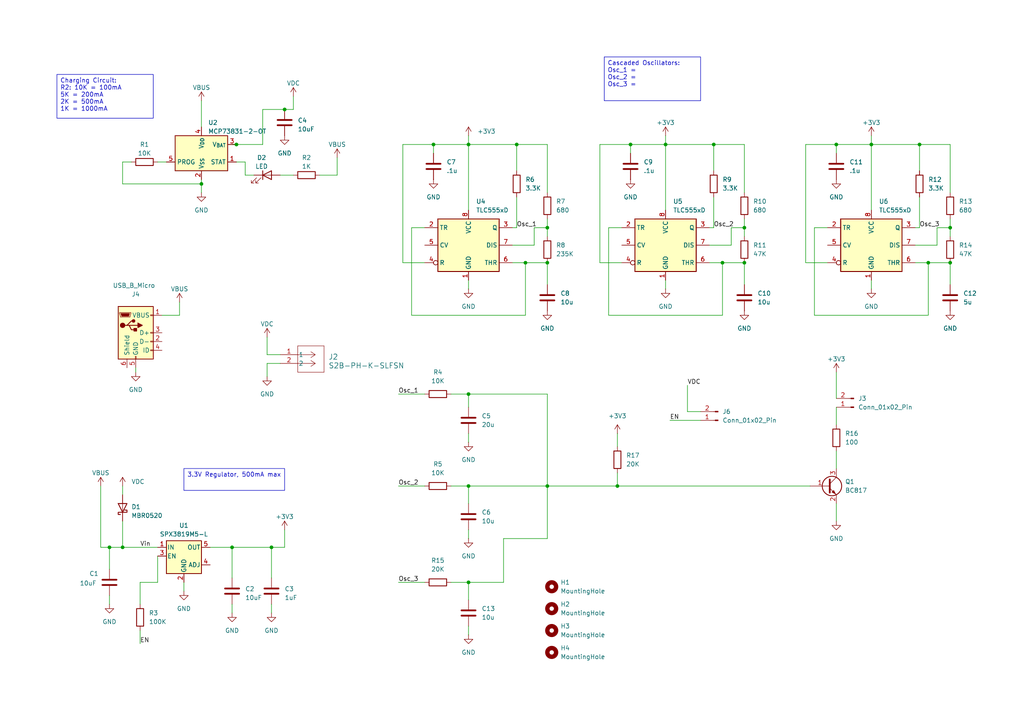
<source format=kicad_sch>
(kicad_sch (version 20250114) (generator "eeschema") (generator_version "9.0")
  (paper "A4")
  (lib_symbols
    (symbol "+3V3_1" (power) (pin_numbers (hide yes)) (pin_names (offset 0) (hide yes))
      (property "Value" "+3V3" (at 0 3.556 0))
      (symbol "+3V3_1_0_1"
        (polyline (pts (xy -0.762 1.27) (xy 0 2.54)))
        (polyline (pts (xy 0 2.54) (xy 0.762 1.27)))
        (polyline (pts (xy 0 0) (xy 0 2.54)))
      )
      (symbol "+3V3_1_1_1"
        (pin power_in line (at 0 0 90) (length 0) (name "~") (number "1"))
      )
    )
    (symbol "2024-04-06_16-40-21_JSTPH:S2B-PH-K-SLFSN" (pin_names (offset 0.254))
      (property "Reference" "J" (at 8.89 6.35 0))
      (property "Value" "S2B-PH-K-SLFSN" (at 0 0 0))
      (symbol "S2B-PH-K-SLFSN_1_1"
        (polyline (pts (xy 5.08 2.54) (xy 5.08 -5.08)) (stroke (width 0.127)))
        (polyline (pts (xy 5.08 -5.08) (xy 12.7 -5.08)) (stroke (width 0.127)))
        (polyline (pts (xy 10.16 0) (xy 5.08 0)) (stroke (width 0.127)))
        (polyline (pts (xy 10.16 0) (xy 8.89 0.8467)) (stroke (width 0.127)))
        (polyline (pts (xy 10.16 0) (xy 8.89 -0.8467)) (stroke (width 0.127)))
        (polyline (pts (xy 10.16 -2.54) (xy 5.08 -2.54)) (stroke (width 0.127)))
        (polyline (pts (xy 10.16 -2.54) (xy 8.89 -1.6933)) (stroke (width 0.127)))
        (polyline (pts (xy 10.16 -2.54) (xy 8.89 -3.3867)) (stroke (width 0.127)))
        (polyline (pts (xy 12.7 2.54) (xy 5.08 2.54)) (stroke (width 0.127)))
        (polyline (pts (xy 12.7 -5.08) (xy 12.7 2.54)) (stroke (width 0.127)))
        (pin unspecified line (at 0 0 0) (length 5.08) (name "1") (number "1"))
        (pin unspecified line (at 0 -2.54 0) (length 5.08) (name "2") (number "2"))
      )
      (symbol "S2B-PH-K-SLFSN_1_2"
        (polyline (pts (xy 5.08 2.54) (xy 5.08 -5.08)) (stroke (width 0.127)))
        (polyline (pts (xy 5.08 -5.08) (xy 12.7 -5.08)) (stroke (width 0.127)))
        (polyline (pts (xy 7.62 0) (xy 5.08 0)) (stroke (width 0.127)))
        (polyline (pts (xy 7.62 0) (xy 8.89 0.8467)) (stroke (width 0.127)))
        (polyline (pts (xy 7.62 0) (xy 8.89 -0.8467)) (stroke (width 0.127)))
        (polyline (pts (xy 7.62 -2.54) (xy 5.08 -2.54)) (stroke (width 0.127)))
        (polyline (pts (xy 7.62 -2.54) (xy 8.89 -1.6933)) (stroke (width 0.127)))
        (polyline (pts (xy 7.62 -2.54) (xy 8.89 -3.3867)) (stroke (width 0.127)))
        (polyline (pts (xy 12.7 2.54) (xy 5.08 2.54)) (stroke (width 0.127)))
        (polyline (pts (xy 12.7 -5.08) (xy 12.7 2.54)) (stroke (width 0.127)))
        (pin unspecified line (at 0 0 0) (length 5.08) (name "1") (number "1"))
        (pin unspecified line (at 0 -2.54 0) (length 5.08) (name "2") (number "2"))
      )
    )
    (symbol "Battery_Management:MCP73831-2-OT"
      (property "Reference" "U" (at -7.62 6.35 0))
      (property "Value" "MCP73831-2-OT" (at 1.27 6.35 0))
      (symbol "MCP73831-2-OT_0_1"
        (rectangle (start -7.62 5.08) (end 7.62 -5.08) (stroke (width 0.254)) (fill (type background)))
      )
      (symbol "MCP73831-2-OT_1_1"
        (pin input line (at -10.16 -2.54 0) (length 2.54) (name "PROG") (number "5"))
        (pin power_in line (at 0 7.62 270) (length 2.54) (name "V_{DD}") (number "4"))
        (pin power_in line (at 0 -7.62 90) (length 2.54) (name "V_{SS}") (number "2"))
        (pin power_out line (at 10.16 2.54 180) (length 2.54) (name "V_{BAT}") (number "3"))
        (pin output line (at 10.16 -2.54 180) (length 2.54) (name "STAT") (number "1"))
      )
    )
    (symbol "Connector:Conn_01x02_Pin" (pin_names (offset 1.016) (hide yes))
      (property "Reference" "J" (at 0 2.54 0))
      (property "Value" "Conn_01x02_Pin" (at 0 -5.08 0))
      (symbol "Conn_01x02_Pin_1_1"
        (rectangle (start 0.8636 0.127) (end 0 -0.127) (stroke (width 0.1524)) (fill (type outline)))
        (rectangle (start 0.8636 -2.413) (end 0 -2.667) (stroke (width 0.1524)) (fill (type outline)))
        (polyline (pts (xy 1.27 0) (xy 0.8636 0)) (stroke (width 0.1524)))
        (polyline (pts (xy 1.27 -2.54) (xy 0.8636 -2.54)) (stroke (width 0.1524)))
        (pin passive line (at 5.08 0 180) (length 3.81) (name "Pin_1") (number "1"))
        (pin passive line (at 5.08 -2.54 180) (length 3.81) (name "Pin_2") (number "2"))
      )
    )
    (symbol "Connector:USB_B_Micro" (pin_names (offset 1.016))
      (property "Reference" "J" (at -5.08 11.43 0))
      (property "Value" "USB_B_Micro" (at -5.08 8.89 0))
      (symbol "USB_B_Micro_0_1"
        (rectangle (start -5.08 -7.62) (end 5.08 7.62) (stroke (width 0.254)) (fill (type background)))
        (polyline (pts (xy -4.699 5.842) (xy -4.699 5.588) (xy -4.445 4.826) (xy -4.445 4.572) (xy -1.651 4.572) (xy -1.651 4.826) (xy -1.397 5.588) (xy -1.397 5.842) (xy -4.699 5.842)))
        (polyline (pts (xy -4.318 5.588) (xy -1.778 5.588) (xy -2.032 4.826) (xy -4.064 4.826) (xy -4.318 5.588)) (fill (type outline)))
        (circle (center -3.81 2.159) (radius 0.635) (stroke (width 0.254)) (fill (type outline)))
        (polyline (pts (xy -3.175 2.159) (xy -2.54 2.159) (xy -1.27 3.429) (xy -0.635 3.429)) (stroke (width 0.254)))
        (polyline (pts (xy -2.54 2.159) (xy -1.905 2.159) (xy -1.27 0.889) (xy 0 0.889)) (stroke (width 0.254)))
        (polyline (pts (xy -1.905 2.159) (xy 0.635 2.159)) (stroke (width 0.254)))
        (circle (center -0.635 3.429) (radius 0.381) (stroke (width 0.254)) (fill (type outline)))
        (rectangle (start -0.127 -7.62) (end 0.127 -6.858))
        (rectangle (start 0.254 1.27) (end -0.508 0.508) (stroke (width 0.254)) (fill (type outline)))
        (polyline (pts (xy 0.635 2.794) (xy 0.635 1.524) (xy 1.905 2.159) (xy 0.635 2.794)) (stroke (width 0.254)) (fill (type outline)))
        (rectangle (start 5.08 4.953) (end 4.318 5.207))
        (rectangle (start 5.08 -0.127) (end 4.318 0.127))
        (rectangle (start 5.08 -2.667) (end 4.318 -2.413))
        (rectangle (start 5.08 -5.207) (end 4.318 -4.953))
      )
      (symbol "USB_B_Micro_1_1"
        (pin passive line (at -2.54 -10.16 90) (length 2.54) (name "Shield") (number "6"))
        (pin power_out line (at 0 -10.16 90) (length 2.54) (name "GND") (number "5"))
        (pin power_out line (at 7.62 5.08 180) (length 2.54) (name "VBUS") (number "1"))
        (pin bidirectional line (at 7.62 0 180) (length 2.54) (name "D+") (number "3"))
        (pin bidirectional line (at 7.62 -2.54 180) (length 2.54) (name "D-") (number "2"))
        (pin passive line (at 7.62 -5.08 180) (length 2.54) (name "ID") (number "4"))
      )
    )
    (symbol "Device:C" (pin_numbers (hide yes)) (pin_names (offset 0.254))
      (property "Reference" "C" (at 0.635 2.54 0))
      (property "Value" "C" (at 0.635 -2.54 0))
      (symbol "C_0_1"
        (polyline (pts (xy -2.032 0.762) (xy 2.032 0.762)) (stroke (width 0.508)))
        (polyline (pts (xy -2.032 -0.762) (xy 2.032 -0.762)) (stroke (width 0.508)))
      )
      (symbol "C_1_1"
        (pin passive line (at 0 3.81 270) (length 2.794) (name "~") (number "1"))
        (pin passive line (at 0 -3.81 90) (length 2.794) (name "~") (number "2"))
      )
    )
    (symbol "Device:LED" (pin_numbers (hide yes)) (pin_names (offset 1.016) (hide yes))
      (property "Reference" "D" (at 0 2.54 0))
      (property "Value" "LED" (at 0 -2.54 0))
      (symbol "LED_0_1"
        (polyline (pts (xy -3.048 -0.762) (xy -4.572 -2.286) (xy -3.81 -2.286) (xy -4.572 -2.286) (xy -4.572 -1.524)))
        (polyline (pts (xy -1.778 -0.762) (xy -3.302 -2.286) (xy -2.54 -2.286) (xy -3.302 -2.286) (xy -3.302 -1.524)))
        (polyline (pts (xy -1.27 0) (xy 1.27 0)))
        (polyline (pts (xy -1.27 -1.27) (xy -1.27 1.27)) (stroke (width 0.254)))
        (polyline (pts (xy 1.27 -1.27) (xy 1.27 1.27) (xy -1.27 0) (xy 1.27 -1.27)) (stroke (width 0.254)))
      )
      (symbol "LED_1_1"
        (pin passive line (at -3.81 0 0) (length 2.54) (name "K") (number "1"))
        (pin passive line (at 3.81 0 180) (length 2.54) (name "A") (number "2"))
      )
    )
    (symbol "Device:R" (pin_numbers (hide yes)) (pin_names (offset 0))
      (property "Reference" "R" (at 2.032 0 90))
      (property "Value" "R" (at 0 0 90))
      (symbol "R_0_1"
        (rectangle (start -1.016 -2.54) (end 1.016 2.54) (stroke (width 0.254)))
      )
      (symbol "R_1_1"
        (pin passive line (at 0 3.81 270) (length 1.27) (name "~") (number "1"))
        (pin passive line (at 0 -3.81 90) (length 1.27) (name "~") (number "2"))
      )
    )
    (symbol "Diode:MBR0520" (pin_numbers (hide yes)) (pin_names (offset 1.016) (hide yes))
      (property "Reference" "D" (at 0 2.54 0))
      (property "Value" "MBR0520" (at 0 -2.54 0))
      (symbol "MBR0520_0_1"
        (polyline (pts (xy -1.905 0.635) (xy -1.905 1.27) (xy -1.27 1.27) (xy -1.27 -1.27) (xy -0.635 -1.27) (xy -0.635 -0.635)) (stroke (width 0.254)))
        (polyline (pts (xy 1.27 1.27) (xy 1.27 -1.27) (xy -1.27 0) (xy 1.27 1.27)) (stroke (width 0.254)))
        (polyline (pts (xy 1.27 0) (xy -1.27 0)))
      )
      (symbol "MBR0520_1_1"
        (pin passive line (at -3.81 0 0) (length 2.54) (name "K") (number "1"))
        (pin passive line (at 3.81 0 180) (length 2.54) (name "A") (number "2"))
      )
    )
    (symbol "GND_1" (power) (pin_numbers (hide yes)) (pin_names (offset 0) (hide yes))
      (property "Value" "GND" (at 0 -3.81 0))
      (symbol "GND_1_0_1"
        (polyline (pts (xy 0 0) (xy 0 -1.27) (xy 1.27 -1.27) (xy 0 -2.54) (xy -1.27 -1.27) (xy 0 -1.27)))
      )
      (symbol "GND_1_1_1"
        (pin power_in line (at 0 0 270) (length 0) (name "~") (number "1"))
      )
    )
    (symbol "GND_2" (power) (pin_numbers (hide yes)) (pin_names (offset 0) (hide yes))
      (property "Value" "GND" (at 0 -3.81 0))
      (symbol "GND_2_0_1"
        (polyline (pts (xy 0 0) (xy 0 -1.27) (xy 1.27 -1.27) (xy 0 -2.54) (xy -1.27 -1.27) (xy 0 -1.27)))
      )
      (symbol "GND_2_1_1"
        (pin power_in line (at 0 0 270) (length 0) (name "~") (number "1"))
      )
    )
    (symbol "GND_3" (power) (pin_numbers (hide yes)) (pin_names (offset 0) (hide yes))
      (property "Value" "GND" (at 0 -3.81 0))
      (symbol "GND_3_0_1"
        (polyline (pts (xy 0 0) (xy 0 -1.27) (xy 1.27 -1.27) (xy 0 -2.54) (xy -1.27 -1.27) (xy 0 -1.27)))
      )
      (symbol "GND_3_1_1"
        (pin power_in line (at 0 0 270) (length 0) (name "~") (number "1"))
      )
    )
    (symbol "GND_4" (power) (pin_numbers (hide yes)) (pin_names (offset 0) (hide yes))
      (property "Value" "GND" (at 0 -3.81 0))
      (symbol "GND_4_0_1"
        (polyline (pts (xy 0 0) (xy 0 -1.27) (xy 1.27 -1.27) (xy 0 -2.54) (xy -1.27 -1.27) (xy 0 -1.27)))
      )
      (symbol "GND_4_1_1"
        (pin power_in line (at 0 0 270) (length 0) (name "~") (number "1"))
      )
    )
    (symbol "GND_5" (power) (pin_numbers (hide yes)) (pin_names (offset 0) (hide yes))
      (property "Value" "GND" (at 0 -3.81 0))
      (symbol "GND_5_0_1"
        (polyline (pts (xy 0 0) (xy 0 -1.27) (xy 1.27 -1.27) (xy 0 -2.54) (xy -1.27 -1.27) (xy 0 -1.27)))
      )
      (symbol "GND_5_1_1"
        (pin power_in line (at 0 0 270) (length 0) (name "~") (number "1"))
      )
    )
    (symbol "GND_7" (power) (pin_numbers (hide yes)) (pin_names (offset 0) (hide yes))
      (property "Value" "GND" (at 0 -3.81 0))
      (symbol "GND_7_0_1"
        (polyline (pts (xy 0 0) (xy 0 -1.27) (xy 1.27 -1.27) (xy 0 -2.54) (xy -1.27 -1.27) (xy 0 -1.27)))
      )
      (symbol "GND_7_1_1"
        (pin power_in line (at 0 0 270) (length 0) (name "~") (number "1"))
      )
    )
    (symbol "Mechanical:MountingHole" (pin_names (offset 1.016)) (exclude_from_sim yes) (in_bom no)
      (property "Reference" "H" (at 0 5.08 0))
      (property "Value" "MountingHole" (at 0 3.175 0))
      (symbol "MountingHole_0_1"
        (circle (center 0 0) (radius 1.27) (stroke (width 1.27)))
      )
    )
    (symbol "Regulator_Linear:SPX3819M5-L" (pin_names (offset 0.254))
      (property "Reference" "U" (at -3.81 5.715 0))
      (property "Value" "SPX3819M5-L" (at 0 5.715 0))
      (symbol "SPX3819M5-L_0_1"
        (rectangle (start -5.08 4.445) (end 5.08 -5.08) (stroke (width 0.254)) (fill (type background)))
      )
      (symbol "SPX3819M5-L_1_1"
        (pin power_in line (at -7.62 2.54 0) (length 2.54) (name "IN") (number "1"))
        (pin input line (at -7.62 0 0) (length 2.54) (name "EN") (number "3"))
        (pin power_in line (at 0 -7.62 90) (length 2.54) (name "GND") (number "2"))
        (pin power_out line (at 7.62 2.54 180) (length 2.54) (name "OUT") (number "5"))
        (pin input line (at 7.62 -2.54 180) (length 2.54) (name "ADJ") (number "4"))
      )
    )
    (symbol "Timer:TLC555xD"
      (property "Reference" "U" (at -10.16 8.89 0))
      (property "Value" "TLC555xD" (at 2.54 8.89 0))
      (symbol "TLC555xD_0_0"
        (pin power_in line (at 0 10.16 270) (length 2.54) (name "VCC") (number "8"))
        (pin power_in line (at 0 -10.16 90) (length 2.54) (name "GND") (number "1"))
      )
      (symbol "TLC555xD_0_1"
        (rectangle (start -8.89 -7.62) (end 8.89 7.62) (stroke (width 0.254)) (fill (type background)))
        (rectangle (start -8.89 -7.62) (end 8.89 7.62) (stroke (width 0.254)) (fill (type background)))
      )
      (symbol "TLC555xD_1_1"
        (pin input line (at -12.7 5.08 0) (length 3.81) (name "TR") (number "2"))
        (pin input line (at -12.7 0 0) (length 3.81) (name "CV") (number "5"))
        (pin input inverted (at -12.7 -5.08 0) (length 3.81) (name "R") (number "4"))
        (pin output line (at 12.7 5.08 180) (length 3.81) (name "Q") (number "3"))
        (pin input line (at 12.7 0 180) (length 3.81) (name "DIS") (number "7"))
        (pin input line (at 12.7 -5.08 180) (length 3.81) (name "THR") (number "6"))
      )
    )
    (symbol "Transistor_BJT:BC817" (pin_names (offset 0) (hide yes))
      (property "Reference" "Q" (at 5.08 1.905 0))
      (property "Value" "BC817" (at 5.08 0 0))
      (symbol "BC817_0_1"
        (polyline (pts (xy 0.635 1.905) (xy 0.635 -1.905) (xy 0.635 -1.905)) (stroke (width 0.508)))
        (polyline (pts (xy 0.635 0.635) (xy 2.54 2.54)))
        (polyline (pts (xy 0.635 -0.635) (xy 2.54 -2.54) (xy 2.54 -2.54)))
        (circle (center 1.27 0) (radius 2.8194) (stroke (width 0.254)))
        (polyline (pts (xy 1.27 -1.778) (xy 1.778 -1.27) (xy 2.286 -2.286) (xy 1.27 -1.778) (xy 1.27 -1.778)) (fill (type outline)))
      )
      (symbol "BC817_1_1"
        (pin input line (at -5.08 0 0) (length 5.715) (name "B") (number "1"))
        (pin passive line (at 2.54 5.08 270) (length 2.54) (name "C") (number "3"))
        (pin passive line (at 2.54 -5.08 90) (length 2.54) (name "E") (number "2"))
      )
    )
    (symbol "power:+3V3" (power) (pin_names (offset 0))
      (property "Value" "+3V3" (at 0 3.556 0))
      (symbol "+3V3_0_1"
        (polyline (pts (xy -0.762 1.27) (xy 0 2.54)))
        (polyline (pts (xy 0 2.54) (xy 0.762 1.27)))
        (polyline (pts (xy 0 0) (xy 0 2.54)))
      )
      (symbol "+3V3_1_1"
        (pin power_in line (at 0 0 90) (length 0) (hide yes) (name "+3V3") (number "1"))
      )
    )
    (symbol "power:GND" (power) (pin_names (offset 0))
      (property "Value" "GND" (at 0 -3.81 0))
      (symbol "GND_0_1"
        (polyline (pts (xy 0 0) (xy 0 -1.27) (xy 1.27 -1.27) (xy 0 -2.54) (xy -1.27 -1.27) (xy 0 -1.27)))
      )
      (symbol "GND_1_1"
        (pin power_in line (at 0 0 270) (length 0) (hide yes) (name "GND") (number "1"))
      )
    )
    (symbol "power:VBUS" (power) (pin_names (offset 0))
      (property "Value" "VBUS" (at 0 3.81 0))
      (symbol "VBUS_0_1"
        (polyline (pts (xy -0.762 1.27) (xy 0 2.54)))
        (polyline (pts (xy 0 2.54) (xy 0.762 1.27)))
        (polyline (pts (xy 0 0) (xy 0 2.54)))
      )
      (symbol "VBUS_1_1"
        (pin power_in line (at 0 0 90) (length 0) (hide yes) (name "VBUS") (number "1"))
      )
    )
    (symbol "power:VDC" (power) (pin_names (offset 0))
      (property "Value" "VDC" (at 0 6.35 0))
      (symbol "VDC_0_1"
        (polyline (pts (xy -0.762 1.27) (xy 0 2.54)))
        (polyline (pts (xy 0 2.54) (xy 0.762 1.27)))
        (polyline (pts (xy 0 0) (xy 0 2.54)))
      )
      (symbol "VDC_1_1"
        (pin power_in line (at 0 0 90) (length 0) (hide yes) (name "VDC") (number "1"))
      )
    )
  )
  (text_box "Charging Circuit:\nR2: 10K = 100mA\n5K = 200mA\n2K = 500mA\n1K = 1000mA" (at 16.51 21.59 0) (size 27.94 12.7) (margins 0.9525 0.9525 0.9525 0.9525) (effects (font (size 1.27 1.27)) (justify left top)))
  (text_box "Cascaded Oscillators:\nOsc_1 = \nOsc_2 = \nOsc_3 = " (at 175.26 16.51 0) (size 27.94 12.7) (margins 0.9525 0.9525 0.9525 0.9525) (effects (font (size 1.27 1.27)) (justify left top)))
  (text_box "3.3V Regulator, 500mA max\n" (at 53.34 135.89 0) (size 29.21 6.35) (margins 0.9525 0.9525 0.9525 0.9525) (effects (font (size 1.27 1.27)) (justify left top)))
  (junction (at 58.42 53.34))
  (junction (at 158.75 140.97))
  (junction (at 135.89 114.3))
  (junction (at 207.01 41.91))
  (junction (at 179.07 140.97))
  (junction (at 135.89 168.91))
  (junction (at 269.24 76.2))
  (junction (at 35.56 158.75))
  (junction (at 82.55 31.75))
  (junction (at 242.57 41.91))
  (junction (at 158.75 66.04))
  (junction (at 275.59 76.2))
  (junction (at 215.9 66.04))
  (junction (at 78.74 158.75))
  (junction (at 152.4 76.2))
  (junction (at 125.73 41.91))
  (junction (at 67.31 158.75))
  (junction (at 215.9 76.2))
  (junction (at 135.89 41.91))
  (junction (at 252.73 41.91))
  (junction (at 193.04 41.91))
  (junction (at 31.75 158.75))
  (junction (at 158.75 76.2))
  (junction (at 149.86 41.91))
  (junction (at 275.59 66.04))
  (junction (at 68.58 41.91))
  (junction (at 182.88 41.91))
  (junction (at 209.55 76.2))
  (junction (at 266.7 41.91))
  (junction (at 135.89 140.97))
  (wire (pts (xy 173.99 76.2) (xy 173.99 41.91)))
  (wire (pts (xy 158.75 114.3) (xy 158.75 140.97)))
  (wire (pts (xy 205.74 66.04) (xy 207.01 66.04)))
  (wire (pts (xy 269.24 76.2) (xy 275.59 76.2)))
  (wire (pts (xy 130.81 114.3) (xy 135.89 114.3)))
  (wire (pts (xy 35.56 158.75) (xy 45.72 158.75)))
  (wire (pts (xy 265.43 71.12) (xy 271.78 71.12)))
  (wire (pts (xy 81.28 50.8) (xy 85.09 50.8)))
  (wire (pts (xy 45.72 161.29) (xy 45.72 168.91)))
  (wire (pts (xy 158.75 140.97) (xy 158.75 156.21)))
  (wire (pts (xy 35.56 140.97) (xy 35.56 143.51)))
  (wire (pts (xy 31.75 158.75) (xy 31.75 165.1)))
  (wire (pts (xy 135.89 114.3) (xy 158.75 114.3)))
  (wire (pts (xy 158.75 63.5) (xy 158.75 66.04)))
  (wire (pts (xy 179.07 125.73) (xy 179.07 129.54)))
  (wire (pts (xy 135.89 168.91) (xy 135.89 173.99)))
  (wire (pts (xy 71.12 46.99) (xy 71.12 50.8)))
  (wire (pts (xy 77.47 105.41) (xy 77.47 109.22)))
  (wire (pts (xy 68.58 41.91) (xy 76.2 41.91)))
  (wire (pts (xy 233.68 76.2) (xy 233.68 41.91)))
  (wire (pts (xy 180.34 66.04) (xy 176.53 66.04)))
  (wire (pts (xy 67.31 158.75) (xy 67.31 167.64)))
  (wire (pts (xy 135.89 181.61) (xy 135.89 184.15)))
  (wire (pts (xy 271.78 66.04) (xy 275.59 66.04)))
  (wire (pts (xy 180.34 76.2) (xy 173.99 76.2)))
  (wire (pts (xy 135.89 114.3) (xy 135.89 118.11)))
  (wire (pts (xy 207.01 41.91) (xy 193.04 41.91)))
  (wire (pts (xy 176.53 66.04) (xy 176.53 91.44)))
  (wire (pts (xy 119.38 66.04) (xy 119.38 91.44)))
  (wire (pts (xy 215.9 66.04) (xy 215.9 68.58)))
  (wire (pts (xy 252.73 39.37) (xy 252.73 41.91)))
  (wire (pts (xy 242.57 118.11) (xy 242.57 123.19)))
  (wire (pts (xy 207.01 57.15) (xy 207.01 66.04)))
  (wire (pts (xy 82.55 153.67) (xy 82.55 158.75)))
  (wire (pts (xy 81.28 105.41) (xy 77.47 105.41)))
  (wire (pts (xy 149.86 41.91) (xy 135.89 41.91)))
  (wire (pts (xy 115.57 114.3) (xy 123.19 114.3)))
  (wire (pts (xy 76.2 31.75) (xy 82.55 31.75)))
  (wire (pts (xy 242.57 107.95) (xy 242.57 115.57)))
  (wire (pts (xy 265.43 66.04) (xy 266.7 66.04)))
  (wire (pts (xy 148.59 76.2) (xy 152.4 76.2)))
  (wire (pts (xy 212.09 66.04) (xy 215.9 66.04)))
  (wire (pts (xy 275.59 41.91) (xy 266.7 41.91)))
  (wire (pts (xy 275.59 76.2) (xy 275.59 82.55)))
  (wire (pts (xy 173.99 41.91) (xy 182.88 41.91)))
  (wire (pts (xy 29.21 158.75) (xy 31.75 158.75)))
  (wire (pts (xy 78.74 158.75) (xy 82.55 158.75)))
  (wire (pts (xy 236.22 91.44) (xy 269.24 91.44)))
  (wire (pts (xy 193.04 39.37) (xy 193.04 41.91)))
  (wire (pts (xy 207.01 41.91) (xy 207.01 49.53)))
  (wire (pts (xy 215.9 41.91) (xy 207.01 41.91)))
  (wire (pts (xy 81.28 102.87) (xy 77.47 102.87)))
  (wire (pts (xy 158.75 41.91) (xy 149.86 41.91)))
  (wire (pts (xy 252.73 81.28) (xy 252.73 83.82)))
  (wire (pts (xy 115.57 140.97) (xy 123.19 140.97)))
  (wire (pts (xy 31.75 158.75) (xy 35.56 158.75)))
  (wire (pts (xy 212.09 71.12) (xy 212.09 66.04)))
  (wire (pts (xy 123.19 76.2) (xy 116.84 76.2)))
  (wire (pts (xy 115.57 168.91) (xy 123.19 168.91)))
  (wire (pts (xy 252.73 41.91) (xy 252.73 60.96)))
  (wire (pts (xy 119.38 91.44) (xy 152.4 91.44)))
  (wire (pts (xy 135.89 81.28) (xy 135.89 83.82)))
  (wire (pts (xy 158.75 55.88) (xy 158.75 41.91)))
  (wire (pts (xy 233.68 41.91) (xy 242.57 41.91)))
  (wire (pts (xy 236.22 66.04) (xy 236.22 91.44)))
  (wire (pts (xy 67.31 41.91) (xy 68.58 41.91)))
  (wire (pts (xy 266.7 41.91) (xy 252.73 41.91)))
  (wire (pts (xy 135.89 168.91) (xy 146.05 168.91)))
  (wire (pts (xy 242.57 146.05) (xy 242.57 151.13)))
  (wire (pts (xy 92.71 50.8) (xy 97.79 50.8)))
  (wire (pts (xy 152.4 91.44) (xy 152.4 76.2)))
  (wire (pts (xy 271.78 71.12) (xy 271.78 66.04)))
  (wire (pts (xy 53.34 168.91) (xy 53.34 171.45)))
  (wire (pts (xy 265.43 76.2) (xy 269.24 76.2)))
  (wire (pts (xy 242.57 130.81) (xy 242.57 135.89)))
  (wire (pts (xy 135.89 140.97) (xy 135.89 146.05)))
  (wire (pts (xy 67.31 158.75) (xy 78.74 158.75)))
  (wire (pts (xy 116.84 76.2) (xy 116.84 41.91)))
  (wire (pts (xy 242.57 41.91) (xy 252.73 41.91)))
  (wire (pts (xy 71.12 50.8) (xy 73.66 50.8)))
  (wire (pts (xy 146.05 156.21) (xy 158.75 156.21)))
  (wire (pts (xy 85.09 27.94) (xy 85.09 31.75)))
  (wire (pts (xy 58.42 52.07) (xy 58.42 53.34)))
  (wire (pts (xy 77.47 102.87) (xy 77.47 97.79)))
  (wire (pts (xy 215.9 76.2) (xy 215.9 82.55)))
  (wire (pts (xy 205.74 71.12) (xy 212.09 71.12)))
  (wire (pts (xy 31.75 172.72) (xy 31.75 175.26)))
  (wire (pts (xy 135.89 125.73) (xy 135.89 128.27)))
  (wire (pts (xy 158.75 140.97) (xy 179.07 140.97)))
  (wire (pts (xy 148.59 66.04) (xy 149.86 66.04)))
  (wire (pts (xy 135.89 153.67) (xy 135.89 156.21)))
  (wire (pts (xy 275.59 55.88) (xy 275.59 41.91)))
  (wire (pts (xy 58.42 53.34) (xy 58.42 55.88)))
  (wire (pts (xy 78.74 167.64) (xy 78.74 158.75)))
  (wire (pts (xy 52.07 91.44) (xy 52.07 87.63)))
  (wire (pts (xy 179.07 140.97) (xy 234.95 140.97)))
  (wire (pts (xy 29.21 140.97) (xy 29.21 158.75)))
  (wire (pts (xy 135.89 140.97) (xy 158.75 140.97)))
  (wire (pts (xy 135.89 39.37) (xy 135.89 41.91)))
  (wire (pts (xy 209.55 91.44) (xy 209.55 76.2)))
  (wire (pts (xy 215.9 55.88) (xy 215.9 41.91)))
  (wire (pts (xy 58.42 29.21) (xy 58.42 36.83)))
  (wire (pts (xy 182.88 41.91) (xy 193.04 41.91)))
  (wire (pts (xy 209.55 76.2) (xy 215.9 76.2)))
  (wire (pts (xy 35.56 46.99) (xy 35.56 53.34)))
  (wire (pts (xy 46.99 91.44) (xy 52.07 91.44)))
  (wire (pts (xy 39.37 106.68) (xy 39.37 107.95)))
  (wire (pts (xy 40.64 182.88) (xy 40.64 186.69)))
  (wire (pts (xy 158.75 66.04) (xy 158.75 68.58)))
  (wire (pts (xy 199.39 111.76) (xy 199.39 119.38)))
  (wire (pts (xy 154.94 71.12) (xy 154.94 66.04)))
  (wire (pts (xy 148.59 71.12) (xy 154.94 71.12)))
  (wire (pts (xy 125.73 44.45) (xy 125.73 41.91)))
  (wire (pts (xy 154.94 66.04) (xy 158.75 66.04)))
  (wire (pts (xy 149.86 41.91) (xy 149.86 49.53)))
  (wire (pts (xy 68.58 46.99) (xy 71.12 46.99)))
  (wire (pts (xy 193.04 81.28) (xy 193.04 83.82)))
  (wire (pts (xy 38.1 46.99) (xy 35.56 46.99)))
  (wire (pts (xy 45.72 46.99) (xy 48.26 46.99)))
  (wire (pts (xy 67.31 175.26) (xy 67.31 177.8)))
  (wire (pts (xy 275.59 66.04) (xy 275.59 68.58)))
  (wire (pts (xy 193.04 41.91) (xy 193.04 60.96)))
  (wire (pts (xy 149.86 57.15) (xy 149.86 66.04)))
  (wire (pts (xy 158.75 76.2) (xy 158.75 82.55)))
  (wire (pts (xy 45.72 168.91) (xy 40.64 168.91)))
  (wire (pts (xy 97.79 45.72) (xy 97.79 50.8)))
  (wire (pts (xy 275.59 63.5) (xy 275.59 66.04)))
  (wire (pts (xy 146.05 168.91) (xy 146.05 156.21)))
  (wire (pts (xy 135.89 41.91) (xy 135.89 60.96)))
  (wire (pts (xy 152.4 76.2) (xy 158.75 76.2)))
  (wire (pts (xy 266.7 57.15) (xy 266.7 66.04)))
  (wire (pts (xy 266.7 41.91) (xy 266.7 49.53)))
  (wire (pts (xy 123.19 66.04) (xy 119.38 66.04)))
  (wire (pts (xy 130.81 140.97) (xy 135.89 140.97)))
  (wire (pts (xy 82.55 31.75) (xy 85.09 31.75)))
  (wire (pts (xy 179.07 137.16) (xy 179.07 140.97)))
  (wire (pts (xy 35.56 151.13) (xy 35.56 158.75)))
  (wire (pts (xy 40.64 168.91) (xy 40.64 175.26)))
  (wire (pts (xy 194.31 121.92) (xy 203.2 121.92)))
  (wire (pts (xy 205.74 76.2) (xy 209.55 76.2)))
  (wire (pts (xy 176.53 91.44) (xy 209.55 91.44)))
  (wire (pts (xy 269.24 91.44) (xy 269.24 76.2)))
  (wire (pts (xy 125.73 41.91) (xy 135.89 41.91)))
  (wire (pts (xy 240.03 66.04) (xy 236.22 66.04)))
  (wire (pts (xy 182.88 44.45) (xy 182.88 41.91)))
  (wire (pts (xy 242.57 44.45) (xy 242.57 41.91)))
  (wire (pts (xy 130.81 168.91) (xy 135.89 168.91)))
  (wire (pts (xy 240.03 76.2) (xy 233.68 76.2)))
  (wire (pts (xy 116.84 41.91) (xy 125.73 41.91)))
  (wire (pts (xy 35.56 53.34) (xy 58.42 53.34)))
  (wire (pts (xy 78.74 175.26) (xy 78.74 177.8)))
  (wire (pts (xy 215.9 63.5) (xy 215.9 66.04)))
  (wire (pts (xy 203.2 119.38) (xy 199.39 119.38)))
  (wire (pts (xy 76.2 41.91) (xy 76.2 31.75)))
  (wire (pts (xy 60.96 158.75) (xy 67.31 158.75)))
  (label "Osc_1" (at 149.86 66.04 0))
  (label "Vin" (at 40.64 158.75 0))
  (label "VDC" (at 199.39 111.76 0))
  (label "Osc_2" (at 207.01 66.04 0))
  (label "Osc_3" (at 115.57 168.91 0))
  (label "EN" (at 40.64 186.69 0))
  (label "Osc_1" (at 115.57 114.3 0))
  (label "Osc_3" (at 266.7 66.04 0))
  (label "EN" (at 194.31 121.92 0))
  (label "Osc_2" (at 115.57 140.97 0))
  (symbol (lib_id "Connector:Conn_01x02_Pin") (at 247.65 118.11 180) (unit 1)
    (property "Reference" "J3" (at 248.92 115.5699 0) (effects (justify right)))
    (property "Value" "Conn_01x02_Pin" (at 248.92 118.1099 0) (effects (justify right)))
    (property "Footprint" "Connector_PinHeader_2.54mm:PinHeader_1x02_P2.54mm_Vertical" (effects (hide yes)))
    (property "Description" "Generic connector, single row, 01x02, script generated" (effects (hide yes)))
  )
  (symbol (lib_id "power:VDC") (at 35.56 140.97 0) (unit 1)
    (property "Reference" "#PWR03" (effects (hide yes)))
    (property "Value" "VDC" (at 38.1 139.6999 0) (effects (justify left)))
  )
  (symbol (lib_id "power:GND") (at 82.55 39.37 0) (unit 1)
    (property "Reference" "#PWR014" (effects (hide yes)))
    (property "Value" "GND" (at 82.55 44.45 0))
  )
  (symbol (lib_id "Device:R") (at 40.64 179.07 0) (unit 1)
    (property "Reference" "R3" (at 43.18 177.7999 0) (effects (justify left)))
    (property "Value" "100K" (at 43.18 180.3399 0) (effects (justify left)))
    (property "Footprint" "Resistor_SMD:R_0603_1608Metric_Pad0.98x0.95mm_HandSolder" (effects (hide yes)))
    (property "Description" "Resistor" (effects (hide yes)))
  )
  (symbol (lib_id "Device:C") (at 82.55 35.56 0) (unit 1)
    (property "Reference" "C4" (at 86.36 34.925 0) (effects (justify left)))
    (property "Value" "10uF" (at 86.36 37.465 0) (effects (justify left)))
    (property "Footprint" "Capacitor_SMD:C_0603_1608Metric_Pad1.08x0.95mm_HandSolder" (effects (hide yes)))
  )
  (symbol (lib_id "power:VDC") (at 85.09 27.94 0) (unit 1)
    (property "Reference" "#PWR015" (effects (hide yes)))
    (property "Value" "VDC" (at 85.09 24.13 0))
  )
  (symbol (lib_id "Device:R") (at 275.59 72.39 0) (unit 1)
    (property "Reference" "R14" (at 278.13 71.1199 0) (effects (justify left)))
    (property "Value" "47K" (at 278.13 73.6599 0) (effects (justify left)))
    (property "Footprint" "Resistor_SMD:R_0603_1608Metric_Pad0.98x0.95mm_HandSolder" (effects (hide yes)))
    (property "Description" "Resistor" (effects (hide yes)))
  )
  (symbol (lib_id "power:VDC") (at 77.47 97.79 0) (unit 1)
    (property "Reference" "#PWR010" (effects (hide yes)))
    (property "Value" "VDC" (at 77.47 93.98 0))
  )
  (symbol (lib_id "power:GND") (at 31.75 175.26 0) (unit 1)
    (property "Reference" "#PWR02" (effects (hide yes)))
    (property "Value" "GND" (at 31.75 180.34 0))
  )
  (symbol (lib_id "power:VDC") (at 193.04 39.37 0) (unit 1)
    (property "Reference" "#PWR026" (effects (hide yes)))
    (property "Value" "+3V3" (at 193.04 35.56 0))
  )
  (symbol (lib_id "Connector:USB_B_Micro") (at 39.37 96.52 0) (unit 1)
    (property "Reference" "J4" (at 39.37 85.344 0))
    (property "Value" "USB_B_Micro" (at 38.862 82.804 0))
    (property "Footprint" "customConnector:MOLEX_47589-0001" (effects (hide yes)))
    (property "Description" "USB Micro Type B connector" (effects (hide yes)))
  )
  (symbol (lib_id "Device:R") (at 215.9 59.69 0) (unit 1)
    (property "Reference" "R10" (at 218.44 58.4199 0) (effects (justify left)))
    (property "Value" "680" (at 218.44 60.9599 0) (effects (justify left)))
    (property "Footprint" "Resistor_SMD:R_0603_1608Metric_Pad0.98x0.95mm_HandSolder" (effects (hide yes)))
    (property "Description" "Resistor" (effects (hide yes)))
  )
  (symbol (lib_id "power:VDC") (at 252.73 39.37 0) (unit 1)
    (property "Reference" "#PWR030" (effects (hide yes)))
    (property "Value" "+3V3" (at 252.73 35.56 0))
  )
  (symbol (lib_id "Timer:TLC555xD") (at 193.04 71.12 0) (unit 1)
    (property "Reference" "U5" (at 195.2341 58.42 0) (effects (justify left)))
    (property "Value" "TLC555xD" (at 195.2341 60.96 0) (effects (justify left)))
    (property "Footprint" "Package_SO:SOIC-8_3.9x4.9mm_P1.27mm" (effects (hide yes)))
    (property "Datasheet" "http://www.ti.com/lit/ds/symlink/tlc555.pdf" (effects (hide yes)))
    (property "Description" "Single LinCMOS Timer, 555 compatible, SOIC-8" (effects (hide yes)))
  )
  (symbol (lib_name "GND_1") (lib_id "power:GND") (at 158.75 90.17 0) (unit 1)
    (property "Reference" "#PWR024" (effects (hide yes)))
    (property "Value" "GND" (at 158.75 95.25 0))
    (property "Description" "Power symbol creates a global label with name \"GND\" , ground" (effects (hide yes)))
  )
  (symbol (lib_id "Device:R") (at 179.07 133.35 0) (unit 1)
    (property "Reference" "R17" (at 181.61 132.0799 0) (effects (justify left)))
    (property "Value" "20K" (at 181.61 134.6199 0) (effects (justify left)))
    (property "Footprint" "Resistor_SMD:R_0603_1608Metric_Pad0.98x0.95mm_HandSolder" (effects (hide yes)))
    (property "Description" "Resistor" (effects (hide yes)))
  )
  (symbol (lib_id "Device:R") (at 207.01 53.34 0) (unit 1)
    (property "Reference" "R9" (at 209.55 52.0699 0) (effects (justify left)))
    (property "Value" "3.3K" (at 209.55 54.6099 0) (effects (justify left)))
    (property "Footprint" "Resistor_SMD:R_0603_1608Metric_Pad0.98x0.95mm_HandSolder" (effects (hide yes)))
    (property "Description" "Resistor" (effects (hide yes)))
  )
  (symbol (lib_id "Device:C") (at 135.89 149.86 0) (unit 1)
    (property "Reference" "C6" (at 139.7 148.5899 0) (effects (justify left)))
    (property "Value" "10u" (at 139.7 151.1299 0) (effects (justify left)))
    (property "Footprint" "Capacitor_SMD:C_0603_1608Metric_Pad1.08x0.95mm_HandSolder" (effects (hide yes)))
    (property "Description" "Unpolarized capacitor" (effects (hide yes)))
  )
  (symbol (lib_id "Battery_Management:MCP73831-2-OT") (at 58.42 44.45 0) (unit 1)
    (property "Reference" "U2" (at 60.3759 35.56 0) (effects (justify left)))
    (property "Value" "MCP73831-2-OT" (at 60.3759 38.1 0) (effects (justify left)))
    (property "Footprint" "Package_TO_SOT_SMD:SOT-23-5" (effects (hide yes)))
    (property "Datasheet" "http://ww1.microchip.com/downloads/en/DeviceDoc/20001984g.pdf" (effects (hide yes)))
  )
  (symbol (lib_id "power:VBUS") (at 58.42 29.21 0) (unit 1)
    (property "Reference" "#PWR012" (effects (hide yes)))
    (property "Value" "VBUS" (at 58.42 25.4 0))
  )
  (symbol (lib_id "Device:C") (at 67.31 171.45 0) (unit 1)
    (property "Reference" "C2" (at 71.12 170.815 0) (effects (justify left)))
    (property "Value" "10uF" (at 71.12 173.355 0) (effects (justify left)))
    (property "Footprint" "Capacitor_SMD:C_0603_1608Metric_Pad1.08x0.95mm_HandSolder" (effects (hide yes)))
  )
  (symbol (lib_id "Device:C") (at 182.88 48.26 0) (unit 1)
    (property "Reference" "C9" (at 186.69 46.9899 0) (effects (justify left)))
    (property "Value" ".1u" (at 186.69 49.5299 0) (effects (justify left)))
    (property "Footprint" "Capacitor_SMD:C_0603_1608Metric_Pad1.08x0.95mm_HandSolder" (effects (hide yes)))
    (property "Description" "Unpolarized capacitor" (effects (hide yes)))
  )
  (symbol (lib_id "power:VBUS") (at 97.79 45.72 0) (unit 1)
    (property "Reference" "#PWR016" (effects (hide yes)))
    (property "Value" "VBUS" (at 97.79 41.91 0))
  )
  (symbol (lib_id "power:GND") (at 53.34 171.45 0) (unit 1)
    (property "Reference" "#PWR04" (effects (hide yes)))
    (property "Value" "GND" (at 53.34 176.53 0))
  )
  (symbol (lib_id "Device:C") (at 31.75 168.91 0) (unit 1)
    (property "Reference" "C1" (at 25.908 166.37 0) (effects (justify left)))
    (property "Value" "10uF" (at 23.114 169.164 0) (effects (justify left)))
    (property "Footprint" "Capacitor_SMD:C_0603_1608Metric_Pad1.08x0.95mm_HandSolder" (effects (hide yes)))
  )
  (symbol (lib_id "Device:R") (at 149.86 53.34 0) (unit 1)
    (property "Reference" "R6" (at 152.4 52.0699 0) (effects (justify left)))
    (property "Value" "3.3K" (at 152.4 54.6099 0) (effects (justify left)))
    (property "Footprint" "Resistor_SMD:R_0603_1608Metric_Pad0.98x0.95mm_HandSolder" (effects (hide yes)))
    (property "Description" "Resistor" (effects (hide yes)))
  )
  (symbol (lib_id "Device:C") (at 275.59 86.36 0) (unit 1)
    (property "Reference" "C12" (at 279.4 85.0899 0) (effects (justify left)))
    (property "Value" "5u" (at 279.4 87.6299 0) (effects (justify left)))
    (property "Footprint" "Capacitor_SMD:C_0603_1608Metric_Pad1.08x0.95mm_HandSolder" (effects (hide yes)))
    (property "Description" "Unpolarized capacitor" (effects (hide yes)))
  )
  (symbol (lib_name "GND_1") (lib_id "power:GND") (at 242.57 52.07 0) (unit 1)
    (property "Reference" "#PWR029" (effects (hide yes)))
    (property "Value" "GND" (at 242.57 57.15 0))
    (property "Description" "Power symbol creates a global label with name \"GND\" , ground" (effects (hide yes)))
  )
  (symbol (lib_id "power:VBUS") (at 29.21 140.97 0) (unit 1)
    (property "Reference" "#PWR01" (effects (hide yes)))
    (property "Value" "VBUS" (at 29.21 137.16 0))
  )
  (symbol (lib_name "GND_1") (lib_id "power:GND") (at 252.73 83.82 0) (unit 1)
    (property "Reference" "#PWR031" (effects (hide yes)))
    (property "Value" "GND" (at 252.73 88.9 0))
    (property "Description" "Power symbol creates a global label with name \"GND\" , ground" (effects (hide yes)))
  )
  (symbol (lib_id "power:+3V3") (at 82.55 153.67 0) (unit 1)
    (property "Reference" "#PWR07" (effects (hide yes)))
    (property "Value" "+3V3" (at 82.55 149.86 0))
  )
  (symbol (lib_id "power:GND") (at 78.74 177.8 0) (unit 1)
    (property "Reference" "#PWR06" (effects (hide yes)))
    (property "Value" "GND" (at 78.74 182.88 0))
  )
  (symbol (lib_id "Device:R") (at 266.7 53.34 0) (unit 1)
    (property "Reference" "R12" (at 269.24 52.0699 0) (effects (justify left)))
    (property "Value" "3.3K" (at 269.24 54.6099 0) (effects (justify left)))
    (property "Footprint" "Resistor_SMD:R_0603_1608Metric_Pad0.98x0.95mm_HandSolder" (effects (hide yes)))
    (property "Description" "Resistor" (effects (hide yes)))
  )
  (symbol (lib_id "Device:C") (at 125.73 48.26 0) (unit 1)
    (property "Reference" "C7" (at 129.54 46.9899 0) (effects (justify left)))
    (property "Value" ".1u" (at 129.54 49.5299 0) (effects (justify left)))
    (property "Footprint" "Capacitor_SMD:C_0603_1608Metric_Pad1.08x0.95mm_HandSolder" (effects (hide yes)))
    (property "Description" "Unpolarized capacitor" (effects (hide yes)))
  )
  (symbol (lib_id "Device:R") (at 242.57 127 0) (unit 1)
    (property "Reference" "R16" (at 245.11 125.7299 0) (effects (justify left)))
    (property "Value" "100" (at 245.11 128.2699 0) (effects (justify left)))
    (property "Footprint" "Resistor_SMD:R_0603_1608Metric_Pad0.98x0.95mm_HandSolder" (effects (hide yes)))
    (property "Description" "Resistor" (effects (hide yes)))
  )
  (symbol (lib_id "power:+3V3") (at 242.57 107.95 0) (unit 1)
    (property "Reference" "#PWR033" (effects (hide yes)))
    (property "Value" "+3V3" (at 242.57 104.14 0))
  )
  (symbol (lib_id "Regulator_Linear:SPX3819M5-L") (at 53.34 161.29 0) (unit 1)
    (property "Reference" "U1" (at 53.34 152.4 0))
    (property "Value" "SPX3819M5-L" (at 53.34 154.94 0))
    (property "Footprint" "Package_TO_SOT_SMD:SOT-23-5" (effects (hide yes)))
    (property "Datasheet" "https://www.exar.com/content/document.ashx?id=22106&languageid=1033&type=Datasheet&partnumber=SPX3819&filename=SPX3819.pdf&part=SPX3819" (effects (hide yes)))
  )
  (symbol (lib_id "Device:R") (at 158.75 59.69 0) (unit 1)
    (property "Reference" "R7" (at 161.29 58.4199 0) (effects (justify left)))
    (property "Value" "680" (at 161.29 60.9599 0) (effects (justify left)))
    (property "Footprint" "Resistor_SMD:R_0603_1608Metric_Pad0.98x0.95mm_HandSolder" (effects (hide yes)))
    (property "Description" "Resistor" (effects (hide yes)))
  )
  (symbol (lib_id "Mechanical:MountingHole") (at 160.02 176.53 0) (unit 1) (exclude_from_sim yes) (in_bom no)
    (property "Reference" "H2" (at 162.56 175.2599 0) (effects (justify left)))
    (property "Value" "MountingHole" (at 162.56 177.7999 0) (effects (justify left)))
    (property "Footprint" "MountingHole:MountingHole_2.2mm_M2" (effects (hide yes)))
    (property "Description" "Mounting Hole without connection" (effects (hide yes)))
  )
  (symbol (lib_name "GND_1") (lib_id "power:GND") (at 193.04 83.82 0) (unit 1)
    (property "Reference" "#PWR027" (effects (hide yes)))
    (property "Value" "GND" (at 193.04 88.9 0))
    (property "Description" "Power symbol creates a global label with name \"GND\" , ground" (effects (hide yes)))
  )
  (symbol (lib_id "Device:R") (at 215.9 72.39 0) (unit 1)
    (property "Reference" "R11" (at 218.44 71.1199 0) (effects (justify left)))
    (property "Value" "47K" (at 218.44 73.6599 0) (effects (justify left)))
    (property "Footprint" "Resistor_SMD:R_0603_1608Metric_Pad0.98x0.95mm_HandSolder" (effects (hide yes)))
    (property "Description" "Resistor" (effects (hide yes)))
  )
  (symbol (lib_name "GND_1") (lib_id "power:GND") (at 135.89 83.82 0) (unit 1)
    (property "Reference" "#PWR023" (effects (hide yes)))
    (property "Value" "GND" (at 135.89 88.9 0))
    (property "Description" "Power symbol creates a global label with name \"GND\" , ground" (effects (hide yes)))
  )
  (symbol (lib_id "Device:R") (at 88.9 50.8 90) (unit 1)
    (property "Reference" "R2" (at 88.9 45.72 90))
    (property "Value" "1K" (at 88.9 48.26 90))
    (property "Footprint" "Resistor_SMD:R_0603_1608Metric_Pad0.98x0.95mm_HandSolder" (effects (hide yes)))
  )
  (symbol (lib_name "GND_5") (lib_id "power:GND") (at 242.57 151.13 0) (unit 1)
    (property "Reference" "#PWR020" (effects (hide yes)))
    (property "Value" "GND" (at 242.57 156.21 0))
    (property "Description" "Power symbol creates a global label with name \"GND\" , ground" (effects (hide yes)))
  )
  (symbol (lib_id "Timer:TLC555xD") (at 252.73 71.12 0) (unit 1)
    (property "Reference" "U6" (at 254.9241 58.42 0) (effects (justify left)))
    (property "Value" "TLC555xD" (at 254.9241 60.96 0) (effects (justify left)))
    (property "Footprint" "Package_SO:SOIC-8_3.9x4.9mm_P1.27mm" (effects (hide yes)))
    (property "Datasheet" "http://www.ti.com/lit/ds/symlink/tlc555.pdf" (effects (hide yes)))
    (property "Description" "Single LinCMOS Timer, 555 compatible, SOIC-8" (effects (hide yes)))
  )
  (symbol (lib_name "GND_1") (lib_id "power:GND") (at 275.59 90.17 0) (unit 1)
    (property "Reference" "#PWR032" (effects (hide yes)))
    (property "Value" "GND" (at 275.59 95.25 0))
    (property "Description" "Power symbol creates a global label with name \"GND\" , ground" (effects (hide yes)))
  )
  (symbol (lib_id "Diode:MBR0520") (at 35.56 147.32 90) (unit 1)
    (property "Reference" "D1" (at 38.1 147.0025 90) (effects (justify right)))
    (property "Value" "MBR0520" (at 38.1 149.5425 90) (effects (justify right)))
    (property "Footprint" "Diode_SMD:D_SOD-123" (effects (hide yes)))
    (property "Datasheet" "http://www.mccsemi.com/up_pdf/MBR0520~MBR0580(SOD123).pdf" (effects (hide yes)))
  )
  (symbol (lib_id "Device:C") (at 78.74 171.45 0) (unit 1)
    (property "Reference" "C3" (at 82.55 170.815 0) (effects (justify left)))
    (property "Value" "1uF" (at 82.55 173.355 0) (effects (justify left)))
    (property "Footprint" "Capacitor_SMD:C_0603_1608Metric_Pad1.08x0.95mm_HandSolder" (effects (hide yes)))
  )
  (symbol (lib_id "Device:R") (at 127 114.3 90) (unit 1)
    (property "Reference" "R4" (at 127 107.95 90))
    (property "Value" "10K" (at 127 110.49 90))
    (property "Footprint" "Resistor_SMD:R_0603_1608Metric_Pad0.98x0.95mm_HandSolder" (effects (hide yes)))
    (property "Description" "Resistor" (effects (hide yes)))
  )
  (symbol (lib_id "Device:C") (at 215.9 86.36 0) (unit 1)
    (property "Reference" "C10" (at 219.71 85.0899 0) (effects (justify left)))
    (property "Value" "10u" (at 219.71 87.6299 0) (effects (justify left)))
    (property "Footprint" "Capacitor_SMD:C_0603_1608Metric_Pad1.08x0.95mm_HandSolder" (effects (hide yes)))
    (property "Description" "Unpolarized capacitor" (effects (hide yes)))
  )
  (symbol (lib_id "Device:R") (at 127 140.97 90) (unit 1)
    (property "Reference" "R5" (at 127 134.62 90))
    (property "Value" "10K" (at 127 137.16 90))
    (property "Footprint" "Resistor_SMD:R_0603_1608Metric_Pad0.98x0.95mm_HandSolder" (effects (hide yes)))
    (property "Description" "Resistor" (effects (hide yes)))
  )
  (symbol (lib_id "Mechanical:MountingHole") (at 160.02 189.23 0) (unit 1) (exclude_from_sim yes) (in_bom no)
    (property "Reference" "H4" (at 162.56 187.9599 0) (effects (justify left)))
    (property "Value" "MountingHole" (at 162.56 190.4999 0) (effects (justify left)))
    (property "Footprint" "MountingHole:MountingHole_2.2mm_M2" (effects (hide yes)))
    (property "Description" "Mounting Hole without connection" (effects (hide yes)))
  )
  (symbol (lib_id "Transistor_BJT:BC817") (at 240.03 140.97 0) (unit 1)
    (property "Reference" "Q1" (at 245.11 139.6999 0) (effects (justify left)))
    (property "Value" "BC817" (at 245.11 142.2399 0) (effects (justify left)))
    (property "Footprint" "Package_TO_SOT_SMD:SOT-23" (effects (hide yes)))
    (property "Datasheet" "https://www.onsemi.com/pub/Collateral/BC818-D.pdf" (effects (hide yes)))
    (property "Description" "0.8A Ic, 45V Vce, NPN Transistor, SOT-23" (effects (hide yes)))
  )
  (symbol (lib_id "Connector:Conn_01x02_Pin") (at 208.28 121.92 180) (unit 1)
    (property "Reference" "J6" (at 209.55 119.3799 0) (effects (justify right)))
    (property "Value" "Conn_01x02_Pin" (at 209.55 121.9199 0) (effects (justify right)))
    (property "Footprint" "Connector_PinHeader_2.54mm:PinHeader_1x02_P2.54mm_Vertical" (effects (hide yes)))
    (property "Description" "Generic connector, single row, 01x02, script generated" (effects (hide yes)))
  )
  (symbol (lib_id "2024-04-06_16-40-21_JSTPH:S2B-PH-K-SLFSN") (at 81.28 102.87 0) (unit 1)
    (property "Reference" "J2" (at 95.25 103.505 0) (effects (font (size 1.524 1.524)) (justify left)))
    (property "Value" "S2B-PH-K-SLFSN" (at 95.25 106.045 0) (effects (font (size 1.524 1.524)) (justify left)))
    (property "Footprint" "Connector_JST:JST_PH_S2B-PH-SM4-TB_1x02-1MP_P2.00mm_Horizontal" (effects (hide yes)))
    (property "Datasheet" "S2B-PH-K-SLFSN" (effects (hide yes)))
  )
  (symbol (lib_name "GND_1") (lib_id "power:GND") (at 215.9 90.17 0) (unit 1)
    (property "Reference" "#PWR028" (effects (hide yes)))
    (property "Value" "GND" (at 215.9 95.25 0))
    (property "Description" "Power symbol creates a global label with name \"GND\" , ground" (effects (hide yes)))
  )
  (symbol (lib_id "Device:C") (at 135.89 177.8 0) (unit 1)
    (property "Reference" "C13" (at 139.7 176.5299 0) (effects (justify left)))
    (property "Value" "10u" (at 139.7 179.0699 0) (effects (justify left)))
    (property "Footprint" "Capacitor_SMD:C_0603_1608Metric_Pad1.08x0.95mm_HandSolder" (effects (hide yes)))
    (property "Description" "Unpolarized capacitor" (effects (hide yes)))
  )
  (symbol (lib_id "Device:C") (at 135.89 121.92 0) (unit 1)
    (property "Reference" "C5" (at 139.7 120.6499 0) (effects (justify left)))
    (property "Value" "20u" (at 139.7 123.1899 0) (effects (justify left)))
    (property "Footprint" "Capacitor_SMD:C_0603_1608Metric_Pad1.08x0.95mm_HandSolder" (effects (hide yes)))
    (property "Description" "Unpolarized capacitor" (effects (hide yes)))
  )
  (symbol (lib_name "GND_2") (lib_id "power:GND") (at 135.89 128.27 0) (unit 1)
    (property "Reference" "#PWR017" (effects (hide yes)))
    (property "Value" "GND" (at 135.89 133.35 0))
    (property "Description" "Power symbol creates a global label with name \"GND\" , ground" (effects (hide yes)))
  )
  (symbol (lib_id "Mechanical:MountingHole") (at 160.02 182.88 0) (unit 1) (exclude_from_sim yes) (in_bom no)
    (property "Reference" "H3" (at 162.56 181.6099 0) (effects (justify left)))
    (property "Value" "MountingHole" (at 162.56 184.1499 0) (effects (justify left)))
    (property "Footprint" "MountingHole:MountingHole_2.2mm_M2" (effects (hide yes)))
    (property "Description" "Mounting Hole without connection" (effects (hide yes)))
  )
  (symbol (lib_id "power:GND") (at 58.42 55.88 0) (unit 1)
    (property "Reference" "#PWR013" (effects (hide yes)))
    (property "Value" "GND" (at 58.42 60.96 0))
  )
  (symbol (lib_id "Timer:TLC555xD") (at 135.89 71.12 0) (unit 1)
    (property "Reference" "U4" (at 138.0841 58.42 0) (effects (justify left)))
    (property "Value" "TLC555xD" (at 138.0841 60.96 0) (effects (justify left)))
    (property "Footprint" "Package_SO:SOIC-8_3.9x4.9mm_P1.27mm" (effects (hide yes)))
    (property "Datasheet" "http://www.ti.com/lit/ds/symlink/tlc555.pdf" (effects (hide yes)))
    (property "Description" "Single LinCMOS Timer, 555 compatible, SOIC-8" (effects (hide yes)))
  )
  (symbol (lib_id "Device:C") (at 158.75 86.36 0) (unit 1)
    (property "Reference" "C8" (at 162.56 85.0899 0) (effects (justify left)))
    (property "Value" "10u" (at 162.56 87.6299 0) (effects (justify left)))
    (property "Footprint" "Capacitor_SMD:C_0603_1608Metric_Pad1.08x0.95mm_HandSolder" (effects (hide yes)))
    (property "Description" "Unpolarized capacitor" (effects (hide yes)))
  )
  (symbol (lib_id "power:VDC") (at 135.89 39.37 0) (unit 1)
    (property "Reference" "#PWR022" (effects (hide yes)))
    (property "Value" "+3V3" (at 138.43 38.0999 0) (effects (justify left)))
  )
  (symbol (lib_id "Device:R") (at 127 168.91 90) (unit 1)
    (property "Reference" "R15" (at 127 162.56 90))
    (property "Value" "20K" (at 127 165.1 90))
    (property "Footprint" "Resistor_SMD:R_0603_1608Metric_Pad0.98x0.95mm_HandSolder" (effects (hide yes)))
    (property "Description" "Resistor" (effects (hide yes)))
  )
  (symbol (lib_id "Device:R") (at 158.75 72.39 0) (unit 1)
    (property "Reference" "R8" (at 161.29 71.1199 0) (effects (justify left)))
    (property "Value" "235K" (at 161.29 73.6599 0) (effects (justify left)))
    (property "Footprint" "Resistor_SMD:R_0603_1608Metric_Pad0.98x0.95mm_HandSolder" (effects (hide yes)))
    (property "Description" "Resistor" (effects (hide yes)))
  )
  (symbol (lib_id "Device:C") (at 242.57 48.26 0) (unit 1)
    (property "Reference" "C11" (at 246.38 46.9899 0) (effects (justify left)))
    (property "Value" ".1u" (at 246.38 49.5299 0) (effects (justify left)))
    (property "Footprint" "Capacitor_SMD:C_0603_1608Metric_Pad1.08x0.95mm_HandSolder" (effects (hide yes)))
    (property "Description" "Unpolarized capacitor" (effects (hide yes)))
  )
  (symbol (lib_id "power:VBUS") (at 52.07 87.63 0) (unit 1)
    (property "Reference" "#PWR036" (effects (hide yes)))
    (property "Value" "VBUS" (at 52.07 83.82 0))
  )
  (symbol (lib_id "Device:R") (at 275.59 59.69 0) (unit 1)
    (property "Reference" "R13" (at 278.13 58.4199 0) (effects (justify left)))
    (property "Value" "680" (at 278.13 60.9599 0) (effects (justify left)))
    (property "Footprint" "Resistor_SMD:R_0603_1608Metric_Pad0.98x0.95mm_HandSolder" (effects (hide yes)))
    (property "Description" "Resistor" (effects (hide yes)))
  )
  (symbol (lib_name "GND_3") (lib_id "power:GND") (at 135.89 156.21 0) (unit 1)
    (property "Reference" "#PWR018" (effects (hide yes)))
    (property "Value" "GND" (at 135.89 161.29 0))
    (property "Description" "Power symbol creates a global label with name \"GND\" , ground" (effects (hide yes)))
  )
  (symbol (lib_name "GND_1") (lib_id "power:GND") (at 182.88 52.07 0) (unit 1)
    (property "Reference" "#PWR025" (effects (hide yes)))
    (property "Value" "GND" (at 182.88 57.15 0))
    (property "Description" "Power symbol creates a global label with name \"GND\" , ground" (effects (hide yes)))
  )
  (symbol (lib_name "GND_1") (lib_id "power:GND") (at 125.73 52.07 0) (unit 1)
    (property "Reference" "#PWR021" (effects (hide yes)))
    (property "Value" "GND" (at 125.73 57.15 0))
    (property "Description" "Power symbol creates a global label with name \"GND\" , ground" (effects (hide yes)))
  )
  (symbol (lib_name "+3V3_1") (lib_id "power:+3V3") (at 179.07 125.73 0) (unit 1)
    (property "Reference" "#PWR08" (effects (hide yes)))
    (property "Value" "+3V3" (at 179.07 120.65 0))
    (property "Description" "Power symbol creates a global label with name \"+3V3\"" (effects (hide yes)))
  )
  (symbol (lib_name "GND_4") (lib_id "power:GND") (at 135.89 184.15 0) (unit 1)
    (property "Reference" "#PWR019" (effects (hide yes)))
    (property "Value" "GND" (at 135.89 189.23 0))
    (property "Description" "Power symbol creates a global label with name \"GND\" , ground" (effects (hide yes)))
  )
  (symbol (lib_id "Device:R") (at 41.91 46.99 90) (unit 1)
    (property "Reference" "R1" (at 41.91 41.91 90))
    (property "Value" "10K" (at 41.91 44.45 90))
    (property "Footprint" "Resistor_SMD:R_0603_1608Metric_Pad0.98x0.95mm_HandSolder" (effects (hide yes)))
  )
  (symbol (lib_id "Mechanical:MountingHole") (at 160.02 170.18 0) (unit 1) (exclude_from_sim yes) (in_bom no)
    (property "Reference" "H1" (at 162.56 168.9099 0) (effects (justify left)))
    (property "Value" "MountingHole" (at 162.56 171.4499 0) (effects (justify left)))
    (property "Footprint" "MountingHole:MountingHole_2.2mm_M2" (effects (hide yes)))
    (property "Description" "Mounting Hole without connection" (effects (hide yes)))
  )
  (symbol (lib_name "GND_7") (lib_id "power:GND") (at 39.37 107.95 0) (unit 1)
    (property "Reference" "#PWR037" (effects (hide yes)))
    (property "Value" "GND" (at 39.37 113.03 0))
    (property "Description" "Power symbol creates a global label with name \"GND\" , ground" (effects (hide yes)))
  )
  (symbol (lib_id "power:GND") (at 67.31 177.8 0) (unit 1)
    (property "Reference" "#PWR05" (effects (hide yes)))
    (property "Value" "GND" (at 67.31 182.88 0))
  )
  (symbol (lib_id "power:GND") (at 77.47 109.22 0) (unit 1)
    (property "Reference" "#PWR011" (effects (hide yes)))
    (property "Value" "GND" (at 77.47 114.3 0))
  )
  (symbol (lib_id "Device:LED") (at 77.47 50.8 0) (unit 1)
    (property "Reference" "D2" (at 75.8825 45.72 0))
    (property "Value" "LED" (at 75.8825 48.26 0))
    (property "Footprint" "LED_SMD:LED_0805_2012Metric_Pad1.15x1.40mm_HandSolder" (effects (hide yes)))
  )
)
</source>
